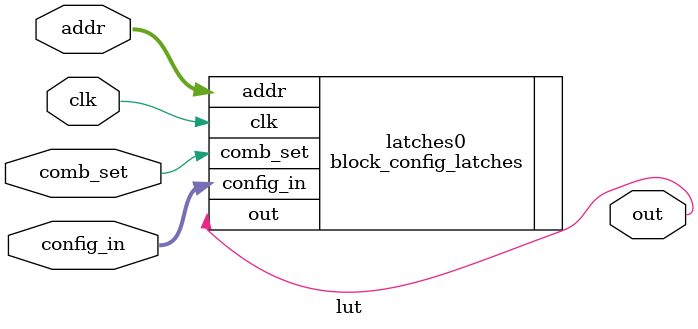
<source format=v>

module lut #(
    parameter INPUTS=4, 
    parameter MEM_SIZE=2**INPUTS
) (
    // IO
    input [INPUTS-1:0] addr, 
    output out,

    // Block Style Configuration
    input clk,
    input comb_set,
    input [MEM_SIZE-1:0] config_in
);

block_config_latches #(.ADDR_BITS(INPUTS), .PREDEC(1)) latches0 (
    .addr(addr), 
    .out(out),
    .clk(clk),
    .comb_set(comb_set),
    .config_in(config_in)
);

endmodule


</source>
